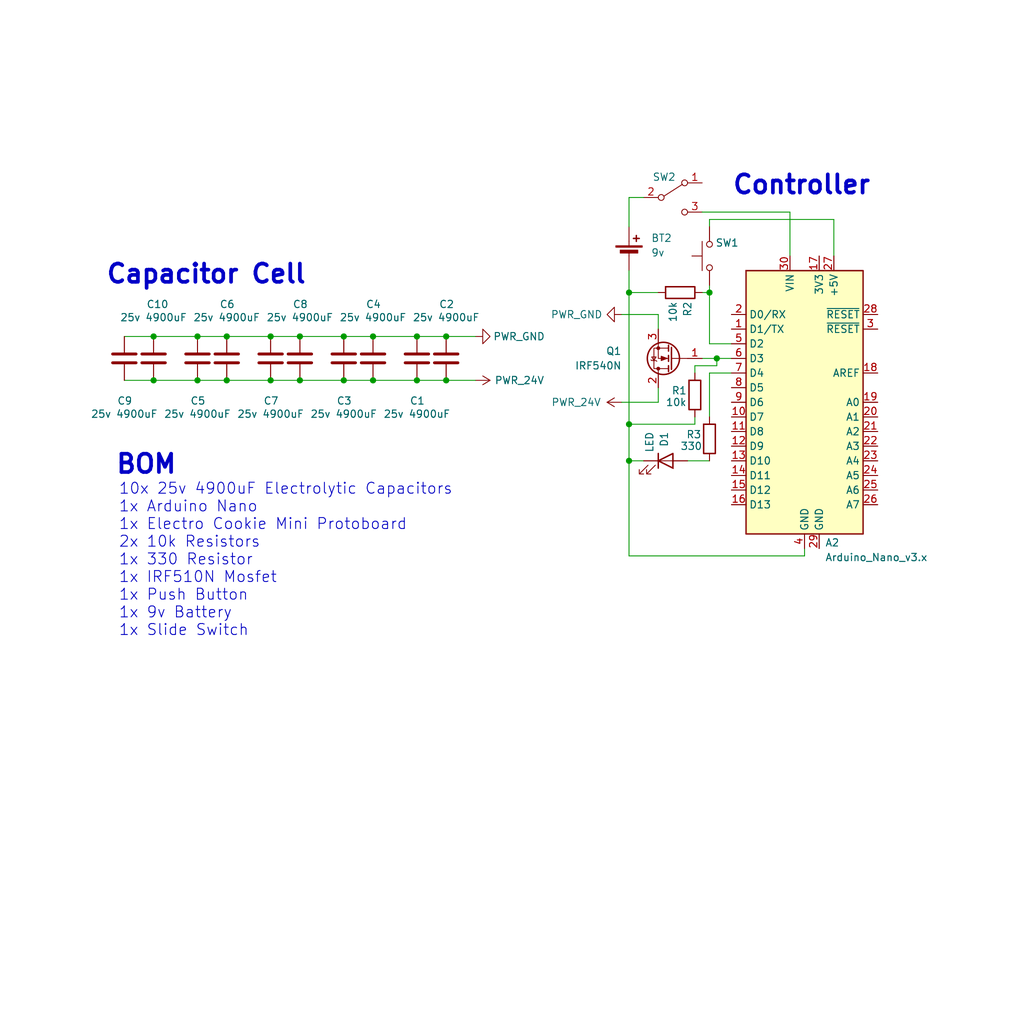
<source format=kicad_sch>
(kicad_sch (version 20231120) (generator "eeschema") (generator_version "8.0")
  (paper "User" 177.8 177.8)
  (title_block (title "Electromagnetic Pistol") (date "2024-07-18") (rev "1") (company "Nicholas Niles & Jack Donnelly") (comment 1 "and for controller") (comment 2 "Schematic for capacitor cell"))
  (lib_symbols
    (symbol "Device:Battery_Cell" (pin_numbers hide) (pin_names (offset 0) hide)
      (property "Reference" "BT" (at 2.54 2.54 0))
      (property "Value" "Battery_Cell" (at 2.54 0 0))
      (symbol "Battery_Cell_0_1"
        (rectangle (start -2.286 1.778) (end 2.286 1.524) (fill (type outline)))
        (rectangle (start -1.524 1.016) (end 1.524 0.508) (fill (type outline)))
        (polyline (pts (xy 0 0.762) (xy 0 0)))
        (polyline (pts (xy 0 1.778) (xy 0 2.54)))
        (polyline (pts (xy 0.762 3.048) (xy 1.778 3.048)) (stroke (width 0.254)))
        (polyline (pts (xy 1.27 3.556) (xy 1.27 2.54)) (stroke (width 0.254)))
      )
      (symbol "Battery_Cell_1_1"
        (pin passive line (at 0 5.08 270) (length 2.54) (name "+") (number "1"))
        (pin passive line (at 0 -2.54 90) (length 2.54) (name "-") (number "2"))
      )
    )
    (symbol "Device:C" (pin_numbers hide) (pin_names (offset 0.254))
      (property "Reference" "C" (at 0.635 2.54 0))
      (property "Value" "C" (at 0.635 -2.54 0))
      (symbol "C_0_1"
        (polyline (pts (xy -2.032 -0.762) (xy 2.032 -0.762)) (stroke (width 0.508)))
        (polyline (pts (xy -2.032 0.762) (xy 2.032 0.762)) (stroke (width 0.508)))
      )
      (symbol "C_1_1"
        (pin passive line (at 0 3.81 270) (length 2.794) (name "~") (number "1"))
        (pin passive line (at 0 -3.81 90) (length 2.794) (name "~") (number "2"))
      )
    )
    (symbol "Device:LED" (pin_numbers hide) (pin_names (offset 1.016) hide)
      (property "Reference" "D" (at 0 2.54 0))
      (property "Value" "LED" (at 0 -2.54 0))
      (symbol "LED_0_1"
        (polyline (pts (xy -1.27 -1.27) (xy -1.27 1.27)) (stroke (width 0.254)))
        (polyline (pts (xy -1.27 0) (xy 1.27 0)))
        (polyline (pts (xy 1.27 -1.27) (xy 1.27 1.27) (xy -1.27 0) (xy 1.27 -1.27)) (stroke (width 0.254)))
        (polyline (pts (xy -3.048 -0.762) (xy -4.572 -2.286) (xy -3.81 -2.286) (xy -4.572 -2.286) (xy -4.572 -1.524)))
        (polyline (pts (xy -1.778 -0.762) (xy -3.302 -2.286) (xy -2.54 -2.286) (xy -3.302 -2.286) (xy -3.302 -1.524)))
      )
      (symbol "LED_1_1"
        (pin passive line (at -3.81 0 0) (length 2.54) (name "K") (number "1"))
        (pin passive line (at 3.81 0 180) (length 2.54) (name "A") (number "2"))
      )
    )
    (symbol "Device:R" (pin_numbers hide) (pin_names (offset 0))
      (property "Reference" "R" (at 2.032 0 90))
      (property "Value" "R" (at 0 0 90))
      (symbol "R_0_1"
        (rectangle (start -1.016 -2.54) (end 1.016 2.54) (stroke (width 0.254)))
      )
      (symbol "R_1_1"
        (pin passive line (at 0 3.81 270) (length 1.27) (name "~") (number "1"))
        (pin passive line (at 0 -3.81 90) (length 1.27) (name "~") (number "2"))
      )
    )
    (symbol "MCU_Module:Arduino_Nano_v3.x"
      (property "Reference" "A" (at -10.16 23.495 0))
      (property "Value" "Arduino_Nano_v3.x" (at 5.08 -24.13 0))
      (symbol "Arduino_Nano_v3.x_0_1"
        (rectangle (start -10.16 22.86) (end 10.16 -22.86) (stroke (width 0.254)) (fill (type background)))
      )
      (symbol "Arduino_Nano_v3.x_1_1"
        (pin bidirectional line (at -12.7 12.7 0) (length 2.54) (name "D1/TX") (number "1"))
        (pin bidirectional line (at -12.7 -2.54 0) (length 2.54) (name "D7") (number "10"))
        (pin bidirectional line (at -12.7 -5.08 0) (length 2.54) (name "D8") (number "11"))
        (pin bidirectional line (at -12.7 -7.62 0) (length 2.54) (name "D9") (number "12"))
        (pin bidirectional line (at -12.7 -10.16 0) (length 2.54) (name "D10") (number "13"))
        (pin bidirectional line (at -12.7 -12.7 0) (length 2.54) (name "D11") (number "14"))
        (pin bidirectional line (at -12.7 -15.24 0) (length 2.54) (name "D12") (number "15"))
        (pin bidirectional line (at -12.7 -17.78 0) (length 2.54) (name "D13") (number "16"))
        (pin power_out line (at 2.54 25.4 270) (length 2.54) (name "3V3") (number "17"))
        (pin input line (at 12.7 5.08 180) (length 2.54) (name "AREF") (number "18"))
        (pin bidirectional line (at 12.7 0 180) (length 2.54) (name "A0") (number "19"))
        (pin bidirectional line (at -12.7 15.24 0) (length 2.54) (name "D0/RX") (number "2"))
        (pin bidirectional line (at 12.7 -2.54 180) (length 2.54) (name "A1") (number "20"))
        (pin bidirectional line (at 12.7 -5.08 180) (length 2.54) (name "A2") (number "21"))
        (pin bidirectional line (at 12.7 -7.62 180) (length 2.54) (name "A3") (number "22"))
        (pin bidirectional line (at 12.7 -10.16 180) (length 2.54) (name "A4") (number "23"))
        (pin bidirectional line (at 12.7 -12.7 180) (length 2.54) (name "A5") (number "24"))
        (pin bidirectional line (at 12.7 -15.24 180) (length 2.54) (name "A6") (number "25"))
        (pin bidirectional line (at 12.7 -17.78 180) (length 2.54) (name "A7") (number "26"))
        (pin power_out line (at 5.08 25.4 270) (length 2.54) (name "+5V") (number "27"))
        (pin input line (at 12.7 15.24 180) (length 2.54) (name "~{RESET}") (number "28"))
        (pin power_in line (at 2.54 -25.4 90) (length 2.54) (name "GND") (number "29"))
        (pin input line (at 12.7 12.7 180) (length 2.54) (name "~{RESET}") (number "3"))
        (pin power_in line (at -2.54 25.4 270) (length 2.54) (name "VIN") (number "30"))
        (pin power_in line (at 0 -25.4 90) (length 2.54) (name "GND") (number "4"))
        (pin bidirectional line (at -12.7 10.16 0) (length 2.54) (name "D2") (number "5"))
        (pin bidirectional line (at -12.7 7.62 0) (length 2.54) (name "D3") (number "6"))
        (pin bidirectional line (at -12.7 5.08 0) (length 2.54) (name "D4") (number "7"))
        (pin bidirectional line (at -12.7 2.54 0) (length 2.54) (name "D5") (number "8"))
        (pin bidirectional line (at -12.7 0 0) (length 2.54) (name "D6") (number "9"))
      )
    )
    (symbol "Switch:SW_Push" (pin_numbers hide) (pin_names (offset 1.016) hide)
      (property "Reference" "SW" (at 1.27 2.54 0))
      (property "Value" "SW_Push" (at 0 -1.524 0))
      (symbol "SW_Push_0_1"
        (circle (center -2.032 0) (radius 0.508))
        (polyline (pts (xy 0 1.27) (xy 0 3.048)))
        (polyline (pts (xy 2.54 1.27) (xy -2.54 1.27)))
        (circle (center 2.032 0) (radius 0.508))
        (pin passive line (at -5.08 0 0) (length 2.54) (name "1") (number "1"))
        (pin passive line (at 5.08 0 180) (length 2.54) (name "2") (number "2"))
      )
    )
    (symbol "Transistor_FET:IRF540N" (pin_names hide)
      (property "Reference" "Q" (at 5.08 1.905 0))
      (property "Value" "IRF540N" (at 5.08 0 0))
      (symbol "IRF540N_0_1"
        (polyline (pts (xy 0.254 0) (xy -2.54 0)))
        (polyline (pts (xy 0.254 1.905) (xy 0.254 -1.905)) (stroke (width 0.254)))
        (polyline (pts (xy 0.762 -1.27) (xy 0.762 -2.286)) (stroke (width 0.254)))
        (polyline (pts (xy 0.762 0.508) (xy 0.762 -0.508)) (stroke (width 0.254)))
        (polyline (pts (xy 0.762 2.286) (xy 0.762 1.27)) (stroke (width 0.254)))
        (polyline (pts (xy 2.54 2.54) (xy 2.54 1.778)))
        (polyline (pts (xy 2.54 -2.54) (xy 2.54 0) (xy 0.762 0)))
        (polyline (pts (xy 0.762 -1.778) (xy 3.302 -1.778) (xy 3.302 1.778) (xy 0.762 1.778)))
        (polyline (pts (xy 1.016 0) (xy 2.032 0.381) (xy 2.032 -0.381) (xy 1.016 0)) (fill (type outline)))
        (polyline (pts (xy 2.794 0.508) (xy 2.921 0.381) (xy 3.683 0.381) (xy 3.81 0.254)))
        (polyline (pts (xy 3.302 0.381) (xy 2.921 -0.254) (xy 3.683 -0.254) (xy 3.302 0.381)))
        (circle (center 1.651 0) (radius 2.794) (stroke (width 0.254)))
        (circle (center 2.54 -1.778) (radius 0.254) (fill (type outline)))
        (circle (center 2.54 1.778) (radius 0.254) (fill (type outline)))
      )
      (symbol "IRF540N_1_1"
        (pin input line (at -5.08 0 0) (length 2.54) (name "G") (number "1"))
        (pin passive line (at 2.54 5.08 270) (length 2.54) (name "D") (number "2"))
        (pin passive line (at 2.54 -5.08 90) (length 2.54) (name "S") (number "3"))
      )
    )
    (symbol "fab:PWR_24V" (power) (pin_names (offset 0))
      (property "Value" "PWR_24V" (at 0 3.556 0))
      (symbol "PWR_24V_0_1"
        (polyline (pts (xy -0.762 1.27) (xy 0 2.54)))
        (polyline (pts (xy 0 0) (xy 0 2.54)))
        (polyline (pts (xy 0 2.54) (xy 0.762 1.27)))
      )
      (symbol "PWR_24V_1_1"
        (pin power_in line (at 0 0 90) (length 0) hide (name "PWR_24V") (number "1"))
      )
    )
    (symbol "fab:PWR_GND" (power) (pin_names (offset 0))
      (property "Value" "PWR_GND" (at 0 -3.81 0))
      (symbol "PWR_GND_0_1"
        (polyline (pts (xy 0 0) (xy 0 -1.27) (xy 1.27 -1.27) (xy 0 -2.54) (xy -1.27 -1.27) (xy 0 -1.27)))
      )
      (symbol "PWR_GND_1_1"
        (pin power_in line (at 0 0 270) (length 0) hide (name "PWR_GND") (number "1"))
      )
    )
    (symbol "fab:Switch_Slide_Top_CnK" (pin_names (offset 0) hide)
      (property "Reference" "SW" (at 0 4.318 0))
      (property "Value" "Switch_Slide_Top_CnK" (at 0 -5.08 0))
      (symbol "Switch_Slide_Top_CnK_0_0"
        (circle (center -2.032 0) (radius 0.508))
        (circle (center 2.032 -2.54) (radius 0.508))
      )
      (symbol "Switch_Slide_Top_CnK_0_1"
        (polyline (pts (xy -1.524 0.254) (xy 1.651 2.286)))
        (circle (center 2.032 2.54) (radius 0.508))
      )
      (symbol "Switch_Slide_Top_CnK_1_1"
        (pin passive line (at 5.08 2.54 180) (length 2.54) (name "A") (number "1"))
        (pin passive line (at -5.08 0 0) (length 2.54) (name "B") (number "2"))
        (pin passive line (at 5.08 -2.54 180) (length 2.54) (name "C") (number "3"))
      )
    )
  )
  (junction (at 72.39 66.04))
  (junction (at 124.46 62.23))
  (junction (at 39.37 58.42))
  (junction (at 64.77 66.04))
  (junction (at 34.29 58.42))
  (junction (at 77.47 66.04))
  (junction (at 34.29 66.04))
  (junction (at 26.67 58.42))
  (junction (at 123.19 50.8))
  (junction (at 46.99 58.42))
  (junction (at 77.47 58.42))
  (junction (at 109.22 73.66))
  (junction (at 52.07 58.42))
  (junction (at 26.67 66.04))
  (junction (at 109.22 50.8))
  (junction (at 59.69 58.42))
  (junction (at 59.69 66.04))
  (junction (at 46.99 66.04))
  (junction (at 39.37 66.04))
  (junction (at 64.77 58.42))
  (junction (at 72.39 58.42))
  (junction (at 109.22 80.01))
  (junction (at 52.07 66.04))
  (wire (pts (xy 59.69 58.42) (xy 64.77 58.42)))
  (wire (pts (xy 109.22 80.01) (xy 109.22 96.52)))
  (wire (pts (xy 72.39 58.42) (xy 77.47 58.42)))
  (wire (pts (xy 34.29 66.04) (xy 39.37 66.04)))
  (wire (pts (xy 114.3 57.15) (xy 114.3 54.61)))
  (wire (pts (xy 39.37 58.42) (xy 46.99 58.42)))
  (wire (pts (xy 124.46 63.5) (xy 124.46 62.23)))
  (wire (pts (xy 123.19 72.39) (xy 123.19 64.77)))
  (wire (pts (xy 123.19 50.8) (xy 123.19 59.69)))
  (wire (pts (xy 64.77 66.04) (xy 72.39 66.04)))
  (wire (pts (xy 144.78 38.1) (xy 144.78 44.45)))
  (wire (pts (xy 109.22 80.01) (xy 111.76 80.01)))
  (wire (pts (xy 124.46 62.23) (xy 127 62.23)))
  (wire (pts (xy 121.92 50.8) (xy 123.19 50.8)))
  (wire (pts (xy 123.19 39.37) (xy 123.19 38.1)))
  (wire (pts (xy 21.59 66.04) (xy 26.67 66.04)))
  (wire (pts (xy 39.37 66.04) (xy 46.99 66.04)))
  (wire (pts (xy 34.29 58.42) (xy 39.37 58.42)))
  (wire (pts (xy 52.07 66.04) (xy 59.69 66.04)))
  (wire (pts (xy 77.47 58.42) (xy 82.55 58.42)))
  (wire (pts (xy 26.67 58.42) (xy 34.29 58.42)))
  (wire (pts (xy 64.77 58.42) (xy 72.39 58.42)))
  (wire (pts (xy 59.69 66.04) (xy 64.77 66.04)))
  (wire (pts (xy 72.39 66.04) (xy 77.47 66.04)))
  (wire (pts (xy 109.22 73.66) (xy 120.65 73.66)))
  (wire (pts (xy 46.99 66.04) (xy 52.07 66.04)))
  (wire (pts (xy 123.19 49.53) (xy 123.19 50.8)))
  (wire (pts (xy 137.16 36.83) (xy 137.16 44.45)))
  (wire (pts (xy 46.99 58.42) (xy 52.07 58.42)))
  (wire (pts (xy 123.19 59.69) (xy 127 59.69)))
  (wire (pts (xy 109.22 50.8) (xy 109.22 73.66)))
  (wire (pts (xy 121.92 36.83) (xy 137.16 36.83)))
  (wire (pts (xy 77.47 66.04) (xy 82.55 66.04)))
  (wire (pts (xy 139.7 96.52) (xy 139.7 95.25)))
  (wire (pts (xy 120.65 64.77) (xy 120.65 63.5)))
  (wire (pts (xy 26.67 66.04) (xy 34.29 66.04)))
  (wire (pts (xy 109.22 34.29) (xy 111.76 34.29)))
  (wire (pts (xy 121.92 62.23) (xy 124.46 62.23)))
  (wire (pts (xy 109.22 50.8) (xy 114.3 50.8)))
  (wire (pts (xy 120.65 73.66) (xy 120.65 72.39)))
  (wire (pts (xy 21.59 58.42) (xy 26.67 58.42)))
  (wire (pts (xy 123.19 64.77) (xy 127 64.77)))
  (wire (pts (xy 52.07 58.42) (xy 59.69 58.42)))
  (wire (pts (xy 114.3 54.61) (xy 107.95 54.61)))
  (wire (pts (xy 107.95 69.85) (xy 114.3 69.85)))
  (wire (pts (xy 120.65 63.5) (xy 124.46 63.5)))
  (wire (pts (xy 119.38 80.01) (xy 123.19 80.01)))
  (wire (pts (xy 109.22 96.52) (xy 139.7 96.52)))
  (wire (pts (xy 109.22 46.99) (xy 109.22 50.8)))
  (wire (pts (xy 123.19 38.1) (xy 144.78 38.1)))
  (wire (pts (xy 109.22 73.66) (xy 109.22 80.01)))
  (wire (pts (xy 114.3 69.85) (xy 114.3 67.31)))
  (wire (pts (xy 109.22 39.37) (xy 109.22 34.29)))
  (text "10x 25v 4900uF Electrolytic Capacitors\n1x Arduino Nano\n1x Electro Cookie Mini Protoboard\n2x 10k Resistors\n1x 330 Resistor\n1x IRF510N Mosfet\n1x Push Button\n1x 9v Battery\n1x Slide Switch" (at 20.574 97.282 0) (effects (font (size 1.905 1.905)) (justify left)))
  (text "BOM" (at 25.4 80.772 0) (effects (font (size 3.175 3.175) (thickness 0.635) (bold yes))))
  (text "Controller" (at 139.192 32.258 0) (effects (font (size 3.175 3.175) (thickness 0.635) (bold yes))))
  (text "Capacitor Cell" (at 35.814 47.752 0) (effects (font (size 3.175 3.175) (thickness 0.635) (bold yes))))
  (symbol (lib_id "Device:C") (at 77.47 62.23 0) (unit 1)
    (property "Reference" "C2" (at 76.2 52.832 0) (effects (justify left)))
    (property "Value" "25v 4900uF" (at 71.628 55.118 0) (effects (justify left)))
    (property "Description" "Unpolarized capacitor" (effects (hide yes)))
  )
  (symbol (lib_id "MCU_Module:Arduino_Nano_v3.x") (at 139.7 69.85 0) (unit 1)
    (property "Reference" "A2" (at 143.256 94.234 0) (effects (justify left)))
    (property "Value" "Arduino_Nano_v3.x" (at 143.256 96.774 0) (effects (justify left)))
    (property "Footprint" "Module:Arduino_Nano" (effects (hide yes)))
    (property "Datasheet" "http://www.mouser.com/pdfdocs/Gravitech_Arduino_Nano3_0.pdf" (effects (hide yes)))
    (property "Description" "Arduino Nano v3.x" (effects (hide yes)))
  )
  (symbol (lib_id "Device:Battery_Cell") (at 109.22 44.45 0) (unit 1)
    (property "Reference" "BT2" (at 113.03 41.3384 0) (effects (justify left)))
    (property "Value" "9v" (at 113.03 43.8784 0) (effects (justify left)))
    (property "Description" "Single-cell battery" (effects (hide yes)))
  )
  (symbol (lib_id "fab:PWR_GND") (at 82.55 58.42 90) (unit 1)
    (property "Reference" "#PWR03" (effects (hide yes)))
    (property "Value" "PWR_GND" (at 85.598 58.42 90) (effects (justify right)))
    (property "Description" "Power symbol creates a global label with name \"GND\" , ground" (effects (hide yes)))
  )
  (symbol (lib_id "Device:C") (at 52.07 62.23 0) (unit 1)
    (property "Reference" "C8" (at 50.8 52.832 0) (effects (justify left)))
    (property "Value" "25v 4900uF" (at 46.228 55.118 0) (effects (justify left)))
    (property "Description" "Unpolarized capacitor" (effects (hide yes)))
  )
  (symbol (lib_id "Device:C") (at 34.29 62.23 0) (unit 1)
    (property "Reference" "C5" (at 33.02 69.596 0) (effects (justify left)))
    (property "Value" "25v 4900uF" (at 28.448 71.882 0) (effects (justify left)))
    (property "Description" "Unpolarized capacitor" (effects (hide yes)))
  )
  (symbol (lib_id "Transistor_FET:IRF540N") (at 116.84 62.23 180) (unit 1)
    (property "Reference" "Q1" (at 107.95 60.96 0) (effects (justify left)))
    (property "Value" "IRF540N" (at 107.95 63.5 0) (effects (justify left)))
    (property "Footprint" "Package_TO_SOT_THT:TO-220-3_Vertical" (effects (hide yes)))
    (property "Datasheet" "http://www.irf.com/product-info/datasheets/data/irf540n.pdf" (effects (hide yes)))
    (property "Description" "33A Id, 100V Vds, HEXFET N-Channel MOSFET, TO-220" (effects (hide yes)))
  )
  (symbol (lib_id "Device:C") (at 21.59 62.23 0) (unit 1)
    (property "Reference" "C9" (at 20.32 69.596 0) (effects (justify left)))
    (property "Value" "25v 4900uF" (at 15.748 71.882 0) (effects (justify left)))
    (property "Description" "Unpolarized capacitor" (effects (hide yes)))
  )
  (symbol (lib_id "Device:R") (at 118.11 50.8 270) (unit 1)
    (property "Reference" "R2" (at 119.38 52.324 0) (effects (justify left)))
    (property "Value" "10k" (at 116.84 52.324 0) (effects (justify left)))
    (property "Description" "Resistor" (effects (hide yes)))
  )
  (symbol (lib_id "Device:LED") (at 115.57 80.01 0) (unit 1)
    (property "Reference" "D1" (at 115.316 74.93 90) (effects (justify right)))
    (property "Value" "LED" (at 112.776 74.93 90) (effects (justify right)))
    (property "Description" "Light emitting diode" (effects (hide yes)))
  )
  (symbol (lib_id "Switch:SW_Push") (at 123.19 44.45 90) (unit 1)
    (property "Reference" "SW1" (at 124.206 42.164 90) (effects (justify right)))
    (property "Value" "SW_Push" (effects (hide yes)))
    (property "Description" "Push button switch, generic, two pins" (effects (hide yes)))
  )
  (symbol (lib_id "Device:C") (at 72.39 62.23 0) (unit 1)
    (property "Reference" "C1" (at 71.12 69.596 0) (effects (justify left)))
    (property "Value" "25v 4900uF" (at 66.548 71.882 0) (effects (justify left)))
    (property "Description" "Unpolarized capacitor" (effects (hide yes)))
  )
  (symbol (lib_id "fab:Switch_Slide_Top_CnK") (at 116.84 34.29 0) (unit 1)
    (property "Reference" "SW2" (at 115.316 30.734 0))
    (property "Value" "Switch_Slide_Top_CnK" (effects (hide yes)))
    (property "Footprint" "fab:Switch_Slide_Top_CnK_JS102011JCQN_8.5x3.5mm" (effects (hide yes)))
    (property "Datasheet" "https://www.ckswitches.com/media/1422/js.pdf" (effects (hide yes)))
    (property "Description" "Slide Switch SPDT Surface Mount" (effects (hide yes)))
  )
  (symbol (lib_id "fab:PWR_24V") (at 107.95 69.85 90) (unit 1)
    (property "Reference" "#PWR01" (effects (hide yes)))
    (property "Value" "PWR_24V" (at 104.394 69.85 90) (effects (justify left)))
    (property "Description" "Power symbol creates a global label with name \"+24V\"" (effects (hide yes)))
  )
  (symbol (lib_id "fab:PWR_GND") (at 107.95 54.61 270) (unit 1)
    (property "Reference" "#PWR02" (effects (hide yes)))
    (property "Value" "PWR_GND" (at 104.648 54.61 90) (effects (justify right)))
    (property "Description" "Power symbol creates a global label with name \"GND\" , ground" (effects (hide yes)))
  )
  (symbol (lib_id "Device:C") (at 39.37 62.23 0) (unit 1)
    (property "Reference" "C6" (at 38.1 52.832 0) (effects (justify left)))
    (property "Value" "25v 4900uF" (at 33.528 55.118 0) (effects (justify left)))
    (property "Description" "Unpolarized capacitor" (effects (hide yes)))
  )
  (symbol (lib_id "Device:C") (at 26.67 62.23 0) (unit 1)
    (property "Reference" "C10" (at 25.4 52.832 0) (effects (justify left)))
    (property "Value" "25v 4900uF" (at 20.828 55.118 0) (effects (justify left)))
    (property "Description" "Unpolarized capacitor" (effects (hide yes)))
  )
  (symbol (lib_id "Device:R") (at 123.19 76.2 0) (unit 1)
    (property "Reference" "R3" (at 119.126 75.438 0) (effects (justify left)))
    (property "Value" "330" (at 118.11 77.47 0) (effects (justify left)))
    (property "Description" "Resistor" (effects (hide yes)))
  )
  (symbol (lib_id "Device:C") (at 46.99 62.23 0) (unit 1)
    (property "Reference" "C7" (at 45.72 69.596 0) (effects (justify left)))
    (property "Value" "25v 4900uF" (at 41.148 71.882 0) (effects (justify left)))
    (property "Description" "Unpolarized capacitor" (effects (hide yes)))
  )
  (symbol (lib_id "Device:C") (at 64.77 62.23 0) (unit 1)
    (property "Reference" "C4" (at 63.5 52.832 0) (effects (justify left)))
    (property "Value" "25v 4900uF" (at 58.928 55.118 0) (effects (justify left)))
    (property "Description" "Unpolarized capacitor" (effects (hide yes)))
  )
  (symbol (lib_id "Device:R") (at 120.65 68.58 0) (unit 1)
    (property "Reference" "R1" (at 116.586 67.818 0) (effects (justify left)))
    (property "Value" "10k" (at 115.57 69.85 0) (effects (justify left)))
    (property "Description" "Resistor" (effects (hide yes)))
  )
  (symbol (lib_id "fab:PWR_24V") (at 82.55 66.04 270) (unit 1)
    (property "Reference" "#PWR04" (effects (hide yes)))
    (property "Value" "PWR_24V" (at 85.852 66.04 90) (effects (justify left)))
    (property "Description" "Power symbol creates a global label with name \"+24V\"" (effects (hide yes)))
  )
  (symbol (lib_id "Device:C") (at 59.69 62.23 0) (unit 1)
    (property "Reference" "C3" (at 58.42 69.596 0) (effects (justify left)))
    (property "Value" "25v 4900uF" (at 53.848 71.882 0) (effects (justify left)))
    (property "Description" "Unpolarized capacitor" (effects (hide yes)))
  )
)
</source>
